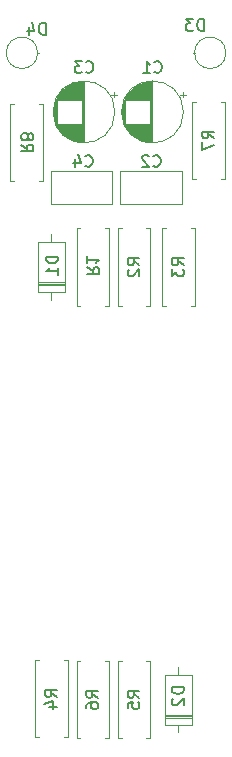
<source format=gbo>
%TF.GenerationSoftware,KiCad,Pcbnew,5.1.7-a382d34a8~87~ubuntu18.04.1*%
%TF.CreationDate,2020-10-20T20:58:06+01:00*%
%TF.ProjectId,transistor-matchers,7472616e-7369-4737-946f-722d6d617463,rev?*%
%TF.SameCoordinates,Original*%
%TF.FileFunction,Legend,Bot*%
%TF.FilePolarity,Positive*%
%FSLAX46Y46*%
G04 Gerber Fmt 4.6, Leading zero omitted, Abs format (unit mm)*
G04 Created by KiCad (PCBNEW 5.1.7-a382d34a8~87~ubuntu18.04.1) date 2020-10-20 20:58:06*
%MOMM*%
%LPD*%
G01*
G04 APERTURE LIST*
%ADD10C,0.120000*%
%ADD11C,0.150000*%
G04 APERTURE END LIST*
D10*
%TO.C,R8*%
X154725000Y-97120000D02*
X155055000Y-97120000D01*
X154725000Y-103660000D02*
X154725000Y-97120000D01*
X155055000Y-103660000D02*
X154725000Y-103660000D01*
X157465000Y-97120000D02*
X157135000Y-97120000D01*
X157465000Y-103660000D02*
X157465000Y-97120000D01*
X157135000Y-103660000D02*
X157465000Y-103660000D01*
%TO.C,R7*%
X170125000Y-96920000D02*
X170455000Y-96920000D01*
X170125000Y-103460000D02*
X170125000Y-96920000D01*
X170455000Y-103460000D02*
X170125000Y-103460000D01*
X172865000Y-96920000D02*
X172535000Y-96920000D01*
X172865000Y-103460000D02*
X172865000Y-96920000D01*
X172535000Y-103460000D02*
X172865000Y-103460000D01*
%TO.C,D4*%
X157021371Y-92800000D02*
X157135000Y-92800000D01*
X157021371Y-92800000D02*
G75*
G03*
X157021371Y-92800000I-1326371J0D01*
G01*
%TO.C,D3*%
X170308629Y-92800000D02*
X170195000Y-92800000D01*
X172961371Y-92800000D02*
G75*
G03*
X172961371Y-92800000I-1326371J0D01*
G01*
%TO.C,C4*%
X163365000Y-105570000D02*
X163365000Y-102830000D01*
X158125000Y-105570000D02*
X158125000Y-102830000D01*
X158125000Y-102830000D02*
X163365000Y-102830000D01*
X158125000Y-105570000D02*
X163365000Y-105570000D01*
%TO.C,C3*%
X163499775Y-96075000D02*
X163499775Y-96575000D01*
X163749775Y-96325000D02*
X163249775Y-96325000D01*
X158344000Y-97516000D02*
X158344000Y-98084000D01*
X158384000Y-97282000D02*
X158384000Y-98318000D01*
X158424000Y-97123000D02*
X158424000Y-98477000D01*
X158464000Y-96995000D02*
X158464000Y-98605000D01*
X158504000Y-96885000D02*
X158504000Y-98715000D01*
X158544000Y-96789000D02*
X158544000Y-98811000D01*
X158584000Y-96702000D02*
X158584000Y-98898000D01*
X158624000Y-96622000D02*
X158624000Y-98978000D01*
X158664000Y-98840000D02*
X158664000Y-99051000D01*
X158664000Y-96549000D02*
X158664000Y-96760000D01*
X158704000Y-98840000D02*
X158704000Y-99119000D01*
X158704000Y-96481000D02*
X158704000Y-96760000D01*
X158744000Y-98840000D02*
X158744000Y-99183000D01*
X158744000Y-96417000D02*
X158744000Y-96760000D01*
X158784000Y-98840000D02*
X158784000Y-99243000D01*
X158784000Y-96357000D02*
X158784000Y-96760000D01*
X158824000Y-98840000D02*
X158824000Y-99300000D01*
X158824000Y-96300000D02*
X158824000Y-96760000D01*
X158864000Y-98840000D02*
X158864000Y-99354000D01*
X158864000Y-96246000D02*
X158864000Y-96760000D01*
X158904000Y-98840000D02*
X158904000Y-99405000D01*
X158904000Y-96195000D02*
X158904000Y-96760000D01*
X158944000Y-98840000D02*
X158944000Y-99453000D01*
X158944000Y-96147000D02*
X158944000Y-96760000D01*
X158984000Y-98840000D02*
X158984000Y-99499000D01*
X158984000Y-96101000D02*
X158984000Y-96760000D01*
X159024000Y-98840000D02*
X159024000Y-99543000D01*
X159024000Y-96057000D02*
X159024000Y-96760000D01*
X159064000Y-98840000D02*
X159064000Y-99585000D01*
X159064000Y-96015000D02*
X159064000Y-96760000D01*
X159104000Y-98840000D02*
X159104000Y-99626000D01*
X159104000Y-95974000D02*
X159104000Y-96760000D01*
X159144000Y-98840000D02*
X159144000Y-99664000D01*
X159144000Y-95936000D02*
X159144000Y-96760000D01*
X159184000Y-98840000D02*
X159184000Y-99701000D01*
X159184000Y-95899000D02*
X159184000Y-96760000D01*
X159224000Y-98840000D02*
X159224000Y-99737000D01*
X159224000Y-95863000D02*
X159224000Y-96760000D01*
X159264000Y-98840000D02*
X159264000Y-99771000D01*
X159264000Y-95829000D02*
X159264000Y-96760000D01*
X159304000Y-98840000D02*
X159304000Y-99804000D01*
X159304000Y-95796000D02*
X159304000Y-96760000D01*
X159344000Y-98840000D02*
X159344000Y-99835000D01*
X159344000Y-95765000D02*
X159344000Y-96760000D01*
X159384000Y-98840000D02*
X159384000Y-99865000D01*
X159384000Y-95735000D02*
X159384000Y-96760000D01*
X159424000Y-98840000D02*
X159424000Y-99895000D01*
X159424000Y-95705000D02*
X159424000Y-96760000D01*
X159464000Y-98840000D02*
X159464000Y-99922000D01*
X159464000Y-95678000D02*
X159464000Y-96760000D01*
X159504000Y-98840000D02*
X159504000Y-99949000D01*
X159504000Y-95651000D02*
X159504000Y-96760000D01*
X159544000Y-98840000D02*
X159544000Y-99975000D01*
X159544000Y-95625000D02*
X159544000Y-96760000D01*
X159584000Y-98840000D02*
X159584000Y-100000000D01*
X159584000Y-95600000D02*
X159584000Y-96760000D01*
X159624000Y-98840000D02*
X159624000Y-100024000D01*
X159624000Y-95576000D02*
X159624000Y-96760000D01*
X159664000Y-98840000D02*
X159664000Y-100047000D01*
X159664000Y-95553000D02*
X159664000Y-96760000D01*
X159704000Y-98840000D02*
X159704000Y-100068000D01*
X159704000Y-95532000D02*
X159704000Y-96760000D01*
X159744000Y-98840000D02*
X159744000Y-100090000D01*
X159744000Y-95510000D02*
X159744000Y-96760000D01*
X159784000Y-98840000D02*
X159784000Y-100110000D01*
X159784000Y-95490000D02*
X159784000Y-96760000D01*
X159824000Y-98840000D02*
X159824000Y-100129000D01*
X159824000Y-95471000D02*
X159824000Y-96760000D01*
X159864000Y-98840000D02*
X159864000Y-100148000D01*
X159864000Y-95452000D02*
X159864000Y-96760000D01*
X159904000Y-98840000D02*
X159904000Y-100165000D01*
X159904000Y-95435000D02*
X159904000Y-96760000D01*
X159944000Y-98840000D02*
X159944000Y-100182000D01*
X159944000Y-95418000D02*
X159944000Y-96760000D01*
X159984000Y-98840000D02*
X159984000Y-100198000D01*
X159984000Y-95402000D02*
X159984000Y-96760000D01*
X160024000Y-98840000D02*
X160024000Y-100214000D01*
X160024000Y-95386000D02*
X160024000Y-96760000D01*
X160064000Y-98840000D02*
X160064000Y-100228000D01*
X160064000Y-95372000D02*
X160064000Y-96760000D01*
X160104000Y-98840000D02*
X160104000Y-100242000D01*
X160104000Y-95358000D02*
X160104000Y-96760000D01*
X160144000Y-98840000D02*
X160144000Y-100255000D01*
X160144000Y-95345000D02*
X160144000Y-96760000D01*
X160184000Y-98840000D02*
X160184000Y-100268000D01*
X160184000Y-95332000D02*
X160184000Y-96760000D01*
X160224000Y-98840000D02*
X160224000Y-100280000D01*
X160224000Y-95320000D02*
X160224000Y-96760000D01*
X160265000Y-98840000D02*
X160265000Y-100291000D01*
X160265000Y-95309000D02*
X160265000Y-96760000D01*
X160305000Y-98840000D02*
X160305000Y-100301000D01*
X160305000Y-95299000D02*
X160305000Y-96760000D01*
X160345000Y-98840000D02*
X160345000Y-100311000D01*
X160345000Y-95289000D02*
X160345000Y-96760000D01*
X160385000Y-98840000D02*
X160385000Y-100320000D01*
X160385000Y-95280000D02*
X160385000Y-96760000D01*
X160425000Y-98840000D02*
X160425000Y-100328000D01*
X160425000Y-95272000D02*
X160425000Y-96760000D01*
X160465000Y-98840000D02*
X160465000Y-100336000D01*
X160465000Y-95264000D02*
X160465000Y-96760000D01*
X160505000Y-98840000D02*
X160505000Y-100343000D01*
X160505000Y-95257000D02*
X160505000Y-96760000D01*
X160545000Y-98840000D02*
X160545000Y-100350000D01*
X160545000Y-95250000D02*
X160545000Y-96760000D01*
X160585000Y-98840000D02*
X160585000Y-100356000D01*
X160585000Y-95244000D02*
X160585000Y-96760000D01*
X160625000Y-98840000D02*
X160625000Y-100361000D01*
X160625000Y-95239000D02*
X160625000Y-96760000D01*
X160665000Y-98840000D02*
X160665000Y-100365000D01*
X160665000Y-95235000D02*
X160665000Y-96760000D01*
X160705000Y-98840000D02*
X160705000Y-100369000D01*
X160705000Y-95231000D02*
X160705000Y-96760000D01*
X160745000Y-95227000D02*
X160745000Y-100373000D01*
X160785000Y-95224000D02*
X160785000Y-100376000D01*
X160825000Y-95222000D02*
X160825000Y-100378000D01*
X160865000Y-95221000D02*
X160865000Y-100379000D01*
X160905000Y-95220000D02*
X160905000Y-100380000D01*
X160945000Y-95220000D02*
X160945000Y-100380000D01*
X163565000Y-97800000D02*
G75*
G03*
X163565000Y-97800000I-2620000J0D01*
G01*
%TO.C,C2*%
X164025000Y-102830000D02*
X164025000Y-105570000D01*
X169265000Y-102830000D02*
X169265000Y-105570000D01*
X169265000Y-105570000D02*
X164025000Y-105570000D01*
X169265000Y-102830000D02*
X164025000Y-102830000D01*
%TO.C,C1*%
X169299775Y-96075000D02*
X169299775Y-96575000D01*
X169549775Y-96325000D02*
X169049775Y-96325000D01*
X164144000Y-97516000D02*
X164144000Y-98084000D01*
X164184000Y-97282000D02*
X164184000Y-98318000D01*
X164224000Y-97123000D02*
X164224000Y-98477000D01*
X164264000Y-96995000D02*
X164264000Y-98605000D01*
X164304000Y-96885000D02*
X164304000Y-98715000D01*
X164344000Y-96789000D02*
X164344000Y-98811000D01*
X164384000Y-96702000D02*
X164384000Y-98898000D01*
X164424000Y-96622000D02*
X164424000Y-98978000D01*
X164464000Y-98840000D02*
X164464000Y-99051000D01*
X164464000Y-96549000D02*
X164464000Y-96760000D01*
X164504000Y-98840000D02*
X164504000Y-99119000D01*
X164504000Y-96481000D02*
X164504000Y-96760000D01*
X164544000Y-98840000D02*
X164544000Y-99183000D01*
X164544000Y-96417000D02*
X164544000Y-96760000D01*
X164584000Y-98840000D02*
X164584000Y-99243000D01*
X164584000Y-96357000D02*
X164584000Y-96760000D01*
X164624000Y-98840000D02*
X164624000Y-99300000D01*
X164624000Y-96300000D02*
X164624000Y-96760000D01*
X164664000Y-98840000D02*
X164664000Y-99354000D01*
X164664000Y-96246000D02*
X164664000Y-96760000D01*
X164704000Y-98840000D02*
X164704000Y-99405000D01*
X164704000Y-96195000D02*
X164704000Y-96760000D01*
X164744000Y-98840000D02*
X164744000Y-99453000D01*
X164744000Y-96147000D02*
X164744000Y-96760000D01*
X164784000Y-98840000D02*
X164784000Y-99499000D01*
X164784000Y-96101000D02*
X164784000Y-96760000D01*
X164824000Y-98840000D02*
X164824000Y-99543000D01*
X164824000Y-96057000D02*
X164824000Y-96760000D01*
X164864000Y-98840000D02*
X164864000Y-99585000D01*
X164864000Y-96015000D02*
X164864000Y-96760000D01*
X164904000Y-98840000D02*
X164904000Y-99626000D01*
X164904000Y-95974000D02*
X164904000Y-96760000D01*
X164944000Y-98840000D02*
X164944000Y-99664000D01*
X164944000Y-95936000D02*
X164944000Y-96760000D01*
X164984000Y-98840000D02*
X164984000Y-99701000D01*
X164984000Y-95899000D02*
X164984000Y-96760000D01*
X165024000Y-98840000D02*
X165024000Y-99737000D01*
X165024000Y-95863000D02*
X165024000Y-96760000D01*
X165064000Y-98840000D02*
X165064000Y-99771000D01*
X165064000Y-95829000D02*
X165064000Y-96760000D01*
X165104000Y-98840000D02*
X165104000Y-99804000D01*
X165104000Y-95796000D02*
X165104000Y-96760000D01*
X165144000Y-98840000D02*
X165144000Y-99835000D01*
X165144000Y-95765000D02*
X165144000Y-96760000D01*
X165184000Y-98840000D02*
X165184000Y-99865000D01*
X165184000Y-95735000D02*
X165184000Y-96760000D01*
X165224000Y-98840000D02*
X165224000Y-99895000D01*
X165224000Y-95705000D02*
X165224000Y-96760000D01*
X165264000Y-98840000D02*
X165264000Y-99922000D01*
X165264000Y-95678000D02*
X165264000Y-96760000D01*
X165304000Y-98840000D02*
X165304000Y-99949000D01*
X165304000Y-95651000D02*
X165304000Y-96760000D01*
X165344000Y-98840000D02*
X165344000Y-99975000D01*
X165344000Y-95625000D02*
X165344000Y-96760000D01*
X165384000Y-98840000D02*
X165384000Y-100000000D01*
X165384000Y-95600000D02*
X165384000Y-96760000D01*
X165424000Y-98840000D02*
X165424000Y-100024000D01*
X165424000Y-95576000D02*
X165424000Y-96760000D01*
X165464000Y-98840000D02*
X165464000Y-100047000D01*
X165464000Y-95553000D02*
X165464000Y-96760000D01*
X165504000Y-98840000D02*
X165504000Y-100068000D01*
X165504000Y-95532000D02*
X165504000Y-96760000D01*
X165544000Y-98840000D02*
X165544000Y-100090000D01*
X165544000Y-95510000D02*
X165544000Y-96760000D01*
X165584000Y-98840000D02*
X165584000Y-100110000D01*
X165584000Y-95490000D02*
X165584000Y-96760000D01*
X165624000Y-98840000D02*
X165624000Y-100129000D01*
X165624000Y-95471000D02*
X165624000Y-96760000D01*
X165664000Y-98840000D02*
X165664000Y-100148000D01*
X165664000Y-95452000D02*
X165664000Y-96760000D01*
X165704000Y-98840000D02*
X165704000Y-100165000D01*
X165704000Y-95435000D02*
X165704000Y-96760000D01*
X165744000Y-98840000D02*
X165744000Y-100182000D01*
X165744000Y-95418000D02*
X165744000Y-96760000D01*
X165784000Y-98840000D02*
X165784000Y-100198000D01*
X165784000Y-95402000D02*
X165784000Y-96760000D01*
X165824000Y-98840000D02*
X165824000Y-100214000D01*
X165824000Y-95386000D02*
X165824000Y-96760000D01*
X165864000Y-98840000D02*
X165864000Y-100228000D01*
X165864000Y-95372000D02*
X165864000Y-96760000D01*
X165904000Y-98840000D02*
X165904000Y-100242000D01*
X165904000Y-95358000D02*
X165904000Y-96760000D01*
X165944000Y-98840000D02*
X165944000Y-100255000D01*
X165944000Y-95345000D02*
X165944000Y-96760000D01*
X165984000Y-98840000D02*
X165984000Y-100268000D01*
X165984000Y-95332000D02*
X165984000Y-96760000D01*
X166024000Y-98840000D02*
X166024000Y-100280000D01*
X166024000Y-95320000D02*
X166024000Y-96760000D01*
X166065000Y-98840000D02*
X166065000Y-100291000D01*
X166065000Y-95309000D02*
X166065000Y-96760000D01*
X166105000Y-98840000D02*
X166105000Y-100301000D01*
X166105000Y-95299000D02*
X166105000Y-96760000D01*
X166145000Y-98840000D02*
X166145000Y-100311000D01*
X166145000Y-95289000D02*
X166145000Y-96760000D01*
X166185000Y-98840000D02*
X166185000Y-100320000D01*
X166185000Y-95280000D02*
X166185000Y-96760000D01*
X166225000Y-98840000D02*
X166225000Y-100328000D01*
X166225000Y-95272000D02*
X166225000Y-96760000D01*
X166265000Y-98840000D02*
X166265000Y-100336000D01*
X166265000Y-95264000D02*
X166265000Y-96760000D01*
X166305000Y-98840000D02*
X166305000Y-100343000D01*
X166305000Y-95257000D02*
X166305000Y-96760000D01*
X166345000Y-98840000D02*
X166345000Y-100350000D01*
X166345000Y-95250000D02*
X166345000Y-96760000D01*
X166385000Y-98840000D02*
X166385000Y-100356000D01*
X166385000Y-95244000D02*
X166385000Y-96760000D01*
X166425000Y-98840000D02*
X166425000Y-100361000D01*
X166425000Y-95239000D02*
X166425000Y-96760000D01*
X166465000Y-98840000D02*
X166465000Y-100365000D01*
X166465000Y-95235000D02*
X166465000Y-96760000D01*
X166505000Y-98840000D02*
X166505000Y-100369000D01*
X166505000Y-95231000D02*
X166505000Y-96760000D01*
X166545000Y-95227000D02*
X166545000Y-100373000D01*
X166585000Y-95224000D02*
X166585000Y-100376000D01*
X166625000Y-95222000D02*
X166625000Y-100378000D01*
X166665000Y-95221000D02*
X166665000Y-100379000D01*
X166705000Y-95220000D02*
X166705000Y-100380000D01*
X166745000Y-95220000D02*
X166745000Y-100380000D01*
X169365000Y-97800000D02*
G75*
G03*
X169365000Y-97800000I-2620000J0D01*
G01*
%TO.C,R6*%
X163065000Y-150830000D02*
X162735000Y-150830000D01*
X163065000Y-144290000D02*
X163065000Y-150830000D01*
X162735000Y-144290000D02*
X163065000Y-144290000D01*
X160325000Y-150830000D02*
X160655000Y-150830000D01*
X160325000Y-144290000D02*
X160325000Y-150830000D01*
X160655000Y-144290000D02*
X160325000Y-144290000D01*
%TO.C,R5*%
X166565000Y-150830000D02*
X166235000Y-150830000D01*
X166565000Y-144290000D02*
X166565000Y-150830000D01*
X166235000Y-144290000D02*
X166565000Y-144290000D01*
X163825000Y-150830000D02*
X164155000Y-150830000D01*
X163825000Y-144290000D02*
X163825000Y-150830000D01*
X164155000Y-144290000D02*
X163825000Y-144290000D01*
%TO.C,R4*%
X156825000Y-144170000D02*
X157155000Y-144170000D01*
X156825000Y-150710000D02*
X156825000Y-144170000D01*
X157155000Y-150710000D02*
X156825000Y-150710000D01*
X159565000Y-144170000D02*
X159235000Y-144170000D01*
X159565000Y-150710000D02*
X159565000Y-144170000D01*
X159235000Y-150710000D02*
X159565000Y-150710000D01*
%TO.C,R3*%
X170315000Y-114210000D02*
X169985000Y-114210000D01*
X170315000Y-107670000D02*
X170315000Y-114210000D01*
X169985000Y-107670000D02*
X170315000Y-107670000D01*
X167575000Y-114210000D02*
X167905000Y-114210000D01*
X167575000Y-107670000D02*
X167575000Y-114210000D01*
X167905000Y-107670000D02*
X167575000Y-107670000D01*
%TO.C,R2*%
X166565000Y-114210000D02*
X166235000Y-114210000D01*
X166565000Y-107670000D02*
X166565000Y-114210000D01*
X166235000Y-107670000D02*
X166565000Y-107670000D01*
X163825000Y-114210000D02*
X164155000Y-114210000D01*
X163825000Y-107670000D02*
X163825000Y-114210000D01*
X164155000Y-107670000D02*
X163825000Y-107670000D01*
%TO.C,R1*%
X160325000Y-107670000D02*
X160655000Y-107670000D01*
X160325000Y-114210000D02*
X160325000Y-107670000D01*
X160655000Y-114210000D02*
X160325000Y-114210000D01*
X163065000Y-107670000D02*
X162735000Y-107670000D01*
X163065000Y-114210000D02*
X163065000Y-107670000D01*
X162735000Y-114210000D02*
X163065000Y-114210000D01*
%TO.C,D2*%
X170065000Y-149080000D02*
X167825000Y-149080000D01*
X170065000Y-148840000D02*
X167825000Y-148840000D01*
X170065000Y-148960000D02*
X167825000Y-148960000D01*
X168945000Y-144790000D02*
X168945000Y-145440000D01*
X168945000Y-150330000D02*
X168945000Y-149680000D01*
X170065000Y-145440000D02*
X170065000Y-149680000D01*
X167825000Y-145440000D02*
X170065000Y-145440000D01*
X167825000Y-149680000D02*
X167825000Y-145440000D01*
X170065000Y-149680000D02*
X167825000Y-149680000D01*
%TO.C,D1*%
X159315000Y-112460000D02*
X157075000Y-112460000D01*
X159315000Y-112220000D02*
X157075000Y-112220000D01*
X159315000Y-112340000D02*
X157075000Y-112340000D01*
X158195000Y-108170000D02*
X158195000Y-108820000D01*
X158195000Y-113710000D02*
X158195000Y-113060000D01*
X159315000Y-108820000D02*
X159315000Y-113060000D01*
X157075000Y-108820000D02*
X159315000Y-108820000D01*
X157075000Y-113060000D02*
X157075000Y-108820000D01*
X159315000Y-113060000D02*
X157075000Y-113060000D01*
%TO.C,R8*%
D11*
X155642619Y-100566666D02*
X156118809Y-100900000D01*
X155642619Y-101138095D02*
X156642619Y-101138095D01*
X156642619Y-100757142D01*
X156595000Y-100661904D01*
X156547380Y-100614285D01*
X156452142Y-100566666D01*
X156309285Y-100566666D01*
X156214047Y-100614285D01*
X156166428Y-100661904D01*
X156118809Y-100757142D01*
X156118809Y-101138095D01*
X156214047Y-99995238D02*
X156261666Y-100090476D01*
X156309285Y-100138095D01*
X156404523Y-100185714D01*
X156452142Y-100185714D01*
X156547380Y-100138095D01*
X156595000Y-100090476D01*
X156642619Y-99995238D01*
X156642619Y-99804761D01*
X156595000Y-99709523D01*
X156547380Y-99661904D01*
X156452142Y-99614285D01*
X156404523Y-99614285D01*
X156309285Y-99661904D01*
X156261666Y-99709523D01*
X156214047Y-99804761D01*
X156214047Y-99995238D01*
X156166428Y-100090476D01*
X156118809Y-100138095D01*
X156023571Y-100185714D01*
X155833095Y-100185714D01*
X155737857Y-100138095D01*
X155690238Y-100090476D01*
X155642619Y-99995238D01*
X155642619Y-99804761D01*
X155690238Y-99709523D01*
X155737857Y-99661904D01*
X155833095Y-99614285D01*
X156023571Y-99614285D01*
X156118809Y-99661904D01*
X156166428Y-99709523D01*
X156214047Y-99804761D01*
%TO.C,R7*%
X171947380Y-100033333D02*
X171471190Y-99700000D01*
X171947380Y-99461904D02*
X170947380Y-99461904D01*
X170947380Y-99842857D01*
X170995000Y-99938095D01*
X171042619Y-99985714D01*
X171137857Y-100033333D01*
X171280714Y-100033333D01*
X171375952Y-99985714D01*
X171423571Y-99938095D01*
X171471190Y-99842857D01*
X171471190Y-99461904D01*
X170947380Y-100366666D02*
X170947380Y-101033333D01*
X171947380Y-100604761D01*
%TO.C,D4*%
X157703095Y-91252380D02*
X157703095Y-90252380D01*
X157465000Y-90252380D01*
X157322142Y-90300000D01*
X157226904Y-90395238D01*
X157179285Y-90490476D01*
X157131666Y-90680952D01*
X157131666Y-90823809D01*
X157179285Y-91014285D01*
X157226904Y-91109523D01*
X157322142Y-91204761D01*
X157465000Y-91252380D01*
X157703095Y-91252380D01*
X156274523Y-90585714D02*
X156274523Y-91252380D01*
X156512619Y-90204761D02*
X156750714Y-90919047D01*
X156131666Y-90919047D01*
%TO.C,D3*%
X171103095Y-90926009D02*
X171103095Y-89926009D01*
X170865000Y-89926009D01*
X170722142Y-89973629D01*
X170626904Y-90068867D01*
X170579285Y-90164105D01*
X170531666Y-90354581D01*
X170531666Y-90497438D01*
X170579285Y-90687914D01*
X170626904Y-90783152D01*
X170722142Y-90878390D01*
X170865000Y-90926009D01*
X171103095Y-90926009D01*
X170198333Y-89926009D02*
X169579285Y-89926009D01*
X169912619Y-90306962D01*
X169769761Y-90306962D01*
X169674523Y-90354581D01*
X169626904Y-90402200D01*
X169579285Y-90497438D01*
X169579285Y-90735533D01*
X169626904Y-90830771D01*
X169674523Y-90878390D01*
X169769761Y-90926009D01*
X170055476Y-90926009D01*
X170150714Y-90878390D01*
X170198333Y-90830771D01*
%TO.C,C4*%
X161061666Y-102357142D02*
X161109285Y-102404761D01*
X161252142Y-102452380D01*
X161347380Y-102452380D01*
X161490238Y-102404761D01*
X161585476Y-102309523D01*
X161633095Y-102214285D01*
X161680714Y-102023809D01*
X161680714Y-101880952D01*
X161633095Y-101690476D01*
X161585476Y-101595238D01*
X161490238Y-101500000D01*
X161347380Y-101452380D01*
X161252142Y-101452380D01*
X161109285Y-101500000D01*
X161061666Y-101547619D01*
X160204523Y-101785714D02*
X160204523Y-102452380D01*
X160442619Y-101404761D02*
X160680714Y-102119047D01*
X160061666Y-102119047D01*
%TO.C,C3*%
X161111666Y-94407142D02*
X161159285Y-94454761D01*
X161302142Y-94502380D01*
X161397380Y-94502380D01*
X161540238Y-94454761D01*
X161635476Y-94359523D01*
X161683095Y-94264285D01*
X161730714Y-94073809D01*
X161730714Y-93930952D01*
X161683095Y-93740476D01*
X161635476Y-93645238D01*
X161540238Y-93550000D01*
X161397380Y-93502380D01*
X161302142Y-93502380D01*
X161159285Y-93550000D01*
X161111666Y-93597619D01*
X160778333Y-93502380D02*
X160159285Y-93502380D01*
X160492619Y-93883333D01*
X160349761Y-93883333D01*
X160254523Y-93930952D01*
X160206904Y-93978571D01*
X160159285Y-94073809D01*
X160159285Y-94311904D01*
X160206904Y-94407142D01*
X160254523Y-94454761D01*
X160349761Y-94502380D01*
X160635476Y-94502380D01*
X160730714Y-94454761D01*
X160778333Y-94407142D01*
%TO.C,C2*%
X166811666Y-102357142D02*
X166859285Y-102404761D01*
X167002142Y-102452380D01*
X167097380Y-102452380D01*
X167240238Y-102404761D01*
X167335476Y-102309523D01*
X167383095Y-102214285D01*
X167430714Y-102023809D01*
X167430714Y-101880952D01*
X167383095Y-101690476D01*
X167335476Y-101595238D01*
X167240238Y-101500000D01*
X167097380Y-101452380D01*
X167002142Y-101452380D01*
X166859285Y-101500000D01*
X166811666Y-101547619D01*
X166430714Y-101547619D02*
X166383095Y-101500000D01*
X166287857Y-101452380D01*
X166049761Y-101452380D01*
X165954523Y-101500000D01*
X165906904Y-101547619D01*
X165859285Y-101642857D01*
X165859285Y-101738095D01*
X165906904Y-101880952D01*
X166478333Y-102452380D01*
X165859285Y-102452380D01*
%TO.C,C1*%
X166911666Y-94407142D02*
X166959285Y-94454761D01*
X167102142Y-94502380D01*
X167197380Y-94502380D01*
X167340238Y-94454761D01*
X167435476Y-94359523D01*
X167483095Y-94264285D01*
X167530714Y-94073809D01*
X167530714Y-93930952D01*
X167483095Y-93740476D01*
X167435476Y-93645238D01*
X167340238Y-93550000D01*
X167197380Y-93502380D01*
X167102142Y-93502380D01*
X166959285Y-93550000D01*
X166911666Y-93597619D01*
X165959285Y-94502380D02*
X166530714Y-94502380D01*
X166245000Y-94502380D02*
X166245000Y-93502380D01*
X166340238Y-93645238D01*
X166435476Y-93740476D01*
X166530714Y-93788095D01*
%TO.C,R6*%
X162147380Y-147393333D02*
X161671190Y-147060000D01*
X162147380Y-146821904D02*
X161147380Y-146821904D01*
X161147380Y-147202857D01*
X161195000Y-147298095D01*
X161242619Y-147345714D01*
X161337857Y-147393333D01*
X161480714Y-147393333D01*
X161575952Y-147345714D01*
X161623571Y-147298095D01*
X161671190Y-147202857D01*
X161671190Y-146821904D01*
X161147380Y-148250476D02*
X161147380Y-148060000D01*
X161195000Y-147964761D01*
X161242619Y-147917142D01*
X161385476Y-147821904D01*
X161575952Y-147774285D01*
X161956904Y-147774285D01*
X162052142Y-147821904D01*
X162099761Y-147869523D01*
X162147380Y-147964761D01*
X162147380Y-148155238D01*
X162099761Y-148250476D01*
X162052142Y-148298095D01*
X161956904Y-148345714D01*
X161718809Y-148345714D01*
X161623571Y-148298095D01*
X161575952Y-148250476D01*
X161528333Y-148155238D01*
X161528333Y-147964761D01*
X161575952Y-147869523D01*
X161623571Y-147821904D01*
X161718809Y-147774285D01*
%TO.C,R5*%
X165647380Y-147393333D02*
X165171190Y-147060000D01*
X165647380Y-146821904D02*
X164647380Y-146821904D01*
X164647380Y-147202857D01*
X164695000Y-147298095D01*
X164742619Y-147345714D01*
X164837857Y-147393333D01*
X164980714Y-147393333D01*
X165075952Y-147345714D01*
X165123571Y-147298095D01*
X165171190Y-147202857D01*
X165171190Y-146821904D01*
X164647380Y-148298095D02*
X164647380Y-147821904D01*
X165123571Y-147774285D01*
X165075952Y-147821904D01*
X165028333Y-147917142D01*
X165028333Y-148155238D01*
X165075952Y-148250476D01*
X165123571Y-148298095D01*
X165218809Y-148345714D01*
X165456904Y-148345714D01*
X165552142Y-148298095D01*
X165599761Y-148250476D01*
X165647380Y-148155238D01*
X165647380Y-147917142D01*
X165599761Y-147821904D01*
X165552142Y-147774285D01*
%TO.C,R4*%
X158647380Y-147333333D02*
X158171190Y-147000000D01*
X158647380Y-146761904D02*
X157647380Y-146761904D01*
X157647380Y-147142857D01*
X157695000Y-147238095D01*
X157742619Y-147285714D01*
X157837857Y-147333333D01*
X157980714Y-147333333D01*
X158075952Y-147285714D01*
X158123571Y-147238095D01*
X158171190Y-147142857D01*
X158171190Y-146761904D01*
X157980714Y-148190476D02*
X158647380Y-148190476D01*
X157599761Y-147952380D02*
X158314047Y-147714285D01*
X158314047Y-148333333D01*
%TO.C,R3*%
X169397380Y-110773333D02*
X168921190Y-110440000D01*
X169397380Y-110201904D02*
X168397380Y-110201904D01*
X168397380Y-110582857D01*
X168445000Y-110678095D01*
X168492619Y-110725714D01*
X168587857Y-110773333D01*
X168730714Y-110773333D01*
X168825952Y-110725714D01*
X168873571Y-110678095D01*
X168921190Y-110582857D01*
X168921190Y-110201904D01*
X168397380Y-111106666D02*
X168397380Y-111725714D01*
X168778333Y-111392380D01*
X168778333Y-111535238D01*
X168825952Y-111630476D01*
X168873571Y-111678095D01*
X168968809Y-111725714D01*
X169206904Y-111725714D01*
X169302142Y-111678095D01*
X169349761Y-111630476D01*
X169397380Y-111535238D01*
X169397380Y-111249523D01*
X169349761Y-111154285D01*
X169302142Y-111106666D01*
%TO.C,R2*%
X165647380Y-110773333D02*
X165171190Y-110440000D01*
X165647380Y-110201904D02*
X164647380Y-110201904D01*
X164647380Y-110582857D01*
X164695000Y-110678095D01*
X164742619Y-110725714D01*
X164837857Y-110773333D01*
X164980714Y-110773333D01*
X165075952Y-110725714D01*
X165123571Y-110678095D01*
X165171190Y-110582857D01*
X165171190Y-110201904D01*
X164742619Y-111154285D02*
X164695000Y-111201904D01*
X164647380Y-111297142D01*
X164647380Y-111535238D01*
X164695000Y-111630476D01*
X164742619Y-111678095D01*
X164837857Y-111725714D01*
X164933095Y-111725714D01*
X165075952Y-111678095D01*
X165647380Y-111106666D01*
X165647380Y-111725714D01*
%TO.C,R1*%
X161242619Y-110966666D02*
X161718809Y-111300000D01*
X161242619Y-111538095D02*
X162242619Y-111538095D01*
X162242619Y-111157142D01*
X162195000Y-111061904D01*
X162147380Y-111014285D01*
X162052142Y-110966666D01*
X161909285Y-110966666D01*
X161814047Y-111014285D01*
X161766428Y-111061904D01*
X161718809Y-111157142D01*
X161718809Y-111538095D01*
X161242619Y-110014285D02*
X161242619Y-110585714D01*
X161242619Y-110300000D02*
X162242619Y-110300000D01*
X162099761Y-110395238D01*
X162004523Y-110490476D01*
X161956904Y-110585714D01*
%TO.C,D2*%
X169397380Y-146511904D02*
X168397380Y-146511904D01*
X168397380Y-146750000D01*
X168445000Y-146892857D01*
X168540238Y-146988095D01*
X168635476Y-147035714D01*
X168825952Y-147083333D01*
X168968809Y-147083333D01*
X169159285Y-147035714D01*
X169254523Y-146988095D01*
X169349761Y-146892857D01*
X169397380Y-146750000D01*
X169397380Y-146511904D01*
X168492619Y-147464285D02*
X168445000Y-147511904D01*
X168397380Y-147607142D01*
X168397380Y-147845238D01*
X168445000Y-147940476D01*
X168492619Y-147988095D01*
X168587857Y-148035714D01*
X168683095Y-148035714D01*
X168825952Y-147988095D01*
X169397380Y-147416666D01*
X169397380Y-148035714D01*
%TO.C,D1*%
X158747380Y-110061904D02*
X157747380Y-110061904D01*
X157747380Y-110300000D01*
X157795000Y-110442857D01*
X157890238Y-110538095D01*
X157985476Y-110585714D01*
X158175952Y-110633333D01*
X158318809Y-110633333D01*
X158509285Y-110585714D01*
X158604523Y-110538095D01*
X158699761Y-110442857D01*
X158747380Y-110300000D01*
X158747380Y-110061904D01*
X158747380Y-111585714D02*
X158747380Y-111014285D01*
X158747380Y-111300000D02*
X157747380Y-111300000D01*
X157890238Y-111204761D01*
X157985476Y-111109523D01*
X158033095Y-111014285D01*
%TD*%
M02*

</source>
